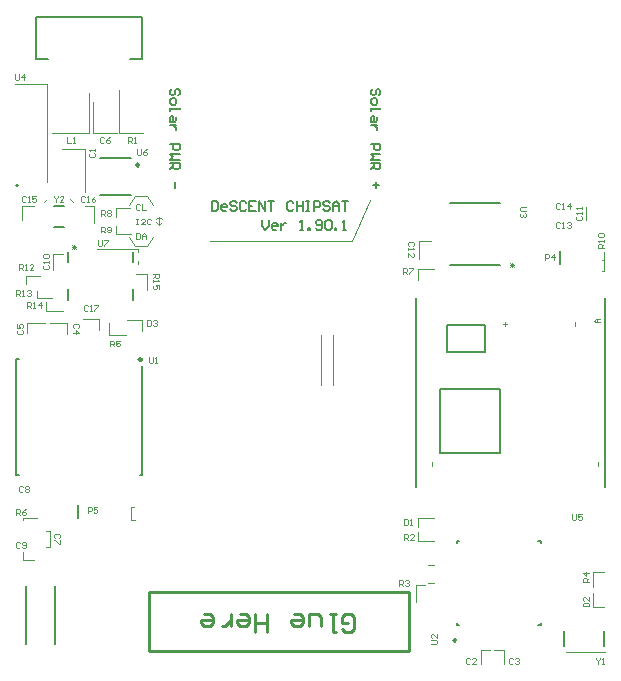
<source format=gbr>
G04*
G04 #@! TF.GenerationSoftware,Altium Limited,Altium Designer,25.5.2 (35)*
G04*
G04 Layer_Color=65535*
%FSLAX25Y25*%
%MOIN*%
G70*
G04*
G04 #@! TF.SameCoordinates,38EB6A6A-CC72-40A8-BBF4-0EDFD8540081*
G04*
G04*
G04 #@! TF.FilePolarity,Positive*
G04*
G01*
G75*
%ADD10C,0.00984*%
%ADD11C,0.00618*%
%ADD12C,0.01000*%
%ADD13C,0.00394*%
%ADD14C,0.00500*%
%ADD15C,0.00787*%
%ADD16C,0.00600*%
%ADD17C,0.00315*%
D10*
X42527Y101994D02*
G03*
X42527Y101994I-492J0D01*
G01*
X41634Y166831D02*
G03*
X41634Y166831I-492J0D01*
G01*
D11*
X1090Y160028D02*
G03*
X1095Y159975I-273J-52D01*
G01*
D12*
X146818Y8792D02*
G03*
X146949Y8780I28J-407D01*
G01*
X44945Y4835D02*
X131559D01*
X44945Y24520D02*
X131559D01*
X44945Y4835D02*
Y24520D01*
X131559Y4835D02*
Y24520D01*
X109277Y12183D02*
X110277Y11184D01*
X112276D01*
X113276Y12183D01*
Y16182D01*
X112276Y17182D01*
X110277D01*
X109277Y16182D01*
Y14183D01*
X111276D01*
X107278Y17182D02*
X105278D01*
X106278D01*
Y11184D01*
X107278D01*
X102279Y13183D02*
Y16182D01*
X101279Y17182D01*
X98280D01*
Y13183D01*
X93282Y17182D02*
X95281D01*
X96281Y16182D01*
Y14183D01*
X95281Y13183D01*
X93282D01*
X92282Y14183D01*
Y15182D01*
X96281D01*
X84285Y11184D02*
Y17182D01*
Y14183D01*
X80286D01*
Y11184D01*
Y17182D01*
X75288D02*
X77287D01*
X78287Y16182D01*
Y14183D01*
X77287Y13183D01*
X75288D01*
X74288Y14183D01*
Y15182D01*
X78287D01*
X72289Y13183D02*
Y17182D01*
Y15182D01*
X71289Y14183D01*
X70289Y13183D01*
X69290D01*
X63292Y17182D02*
X65291D01*
X66291Y16182D01*
Y14183D01*
X65291Y13183D01*
X63292D01*
X62292Y14183D01*
Y15182D01*
X66291D01*
D13*
X190453Y148524D02*
X190551Y152756D01*
X31496Y110236D02*
X37402D01*
X31496D02*
Y114173D01*
X48228Y149606D02*
X49213Y148622D01*
X47244D02*
X48228Y149606D01*
Y146653D02*
X49213Y147638D01*
X47244D02*
X48228Y146653D01*
Y149606D01*
X137795Y27559D02*
X139764D01*
X137795Y33465D02*
X139764D01*
X44291Y156496D02*
X46260Y153543D01*
X40354Y156496D02*
X44291D01*
X38386Y153543D02*
X40354Y156496D01*
X44291Y139764D02*
X46260Y142717D01*
X40354Y139764D02*
X44291D01*
X41339Y133858D02*
Y134843D01*
Y137795D02*
Y138779D01*
X27559D02*
X41339D01*
X38386Y142717D02*
X40354Y139764D01*
X106299Y93504D02*
Y110236D01*
X102362Y93504D02*
Y110236D01*
X18701Y155512D02*
X19685Y154528D01*
X9843D02*
X10827Y155512D01*
X11811Y114173D02*
X17717D01*
Y113189D02*
Y114173D01*
X33858Y143701D02*
X38976D01*
X33858D02*
Y146457D01*
Y149606D02*
Y152362D01*
X38583D01*
X65354Y141339D02*
X112598D01*
X118504Y155118D01*
X2756Y48425D02*
Y49213D01*
X196555Y135039D02*
Y137795D01*
X195768Y135039D02*
X196555D01*
Y131496D02*
Y135039D01*
X195768Y131496D02*
X196555D01*
X38976Y48425D02*
X40157D01*
X38976D02*
Y52756D01*
X39764D01*
X10630Y39370D02*
X11811D01*
Y44882D01*
X10630D02*
X11811D01*
X2756Y35039D02*
X6693D01*
X2756D02*
Y37795D01*
Y49213D02*
X7480D01*
X155512Y394D02*
Y5118D01*
X158661D01*
X163386Y394D02*
Y5118D01*
X159843D02*
X163386D01*
X183858Y4331D02*
X196850D01*
X192913Y19291D02*
X196457D01*
X192913D02*
Y24016D01*
Y31102D02*
X196457D01*
X192913Y25984D02*
Y31102D01*
X134646Y132283D02*
X139764D01*
X134646Y128347D02*
Y132283D01*
X135039Y135433D02*
Y141339D01*
X138976D01*
X134646Y41339D02*
X139764D01*
X134646D02*
Y44488D01*
Y49213D02*
X139764D01*
X134646Y46063D02*
Y49213D01*
X133858Y21260D02*
Y26772D01*
X137008D01*
X10630Y118110D02*
X16142D01*
X10630D02*
Y121260D01*
X42717Y111417D02*
Y114961D01*
X37598D02*
X42717D01*
X17717Y110433D02*
Y113189D01*
X4331Y114173D02*
X10236D01*
X4331Y110630D02*
Y114173D01*
X28346Y111811D02*
Y115354D01*
X22835D02*
X28346D01*
X44094Y125197D02*
Y130315D01*
X40551D02*
X44094D01*
X12992Y137008D02*
X16142D01*
X12992Y131890D02*
Y137008D01*
X7480Y122441D02*
X12598D01*
X7480D02*
Y124803D01*
X3937Y129921D02*
X8661D01*
X3937Y127165D02*
Y129921D01*
X2559Y153150D02*
X6496D01*
X2559Y148425D02*
Y153150D01*
X23622Y152953D02*
X26575D01*
Y147441D02*
Y152953D01*
X23622Y157874D02*
Y172047D01*
X15748D02*
X23622D01*
X35039Y186614D02*
Y191732D01*
Y177559D02*
X42913D01*
X35039D02*
Y186614D01*
X26378Y177559D02*
X34252D01*
X26378D02*
Y187795D01*
X24803Y177559D02*
Y190945D01*
X12598Y177559D02*
X24803D01*
X11024Y161024D02*
Y183465D01*
Y193701D01*
X394D02*
X11024D01*
D14*
X197047Y59320D02*
Y122343D01*
X134055Y59320D02*
Y122343D01*
X161801Y70846D02*
Y92097D01*
X141801D02*
X161801D01*
X141801Y70846D02*
Y92097D01*
Y70846D02*
X161801D01*
X144301Y104596D02*
X156801D01*
Y113347D01*
X144301D02*
X156801D01*
X144301Y104596D02*
Y113347D01*
X183189Y6299D02*
Y11417D01*
X196732Y6299D02*
Y11417D01*
D15*
X181791Y133858D02*
Y138189D01*
X21260Y49016D02*
Y53347D01*
X591Y63583D02*
X1476D01*
X41831D02*
X42717D01*
X591D02*
Y102165D01*
X1476D01*
X42717Y63583D02*
Y99732D01*
X28740Y169095D02*
X38976D01*
X28740Y156890D02*
X38976D01*
X42520Y201969D02*
Y216142D01*
X7087Y201969D02*
Y216142D01*
X42520D01*
X7087Y201969D02*
X11122D01*
X38484D02*
X42520D01*
X54592Y190027D02*
X55117Y190552D01*
Y191601D01*
X54592Y192126D01*
X54068D01*
X53543Y191601D01*
Y190552D01*
X53018Y190027D01*
X52493D01*
X51968Y190552D01*
Y191601D01*
X52493Y192126D01*
X51968Y188453D02*
Y187403D01*
X52493Y186878D01*
X53543D01*
X54068Y187403D01*
Y188453D01*
X53543Y188977D01*
X52493D01*
X51968Y188453D01*
Y185829D02*
Y184779D01*
Y185304D01*
X55117D01*
Y185829D01*
X54068Y182680D02*
Y181631D01*
X53543Y181106D01*
X51968D01*
Y182680D01*
X52493Y183205D01*
X53018Y182680D01*
Y181106D01*
X54068Y180056D02*
X51968D01*
X53018D01*
X53543Y179532D01*
X54068Y179007D01*
Y178482D01*
X51968Y173759D02*
X55117D01*
Y172185D01*
X54592Y171660D01*
X53543D01*
X53018Y172185D01*
Y173759D01*
X55117Y170611D02*
X51968D01*
X53018Y169561D01*
X51968Y168512D01*
X55117D01*
X51968Y167462D02*
X55117D01*
Y165888D01*
X54592Y165363D01*
X53543D01*
X53018Y165888D01*
Y167462D01*
Y166412D02*
X51968Y165363D01*
X53543Y161165D02*
Y159066D01*
X121521Y190027D02*
X122046Y190552D01*
Y191601D01*
X121521Y192126D01*
X120997D01*
X120472Y191601D01*
Y190552D01*
X119947Y190027D01*
X119422D01*
X118898Y190552D01*
Y191601D01*
X119422Y192126D01*
X118898Y188453D02*
Y187403D01*
X119422Y186878D01*
X120472D01*
X120997Y187403D01*
Y188453D01*
X120472Y188977D01*
X119422D01*
X118898Y188453D01*
Y185829D02*
Y184779D01*
Y185304D01*
X122046D01*
Y185829D01*
X120997Y182680D02*
Y181631D01*
X120472Y181106D01*
X118898D01*
Y182680D01*
X119422Y183205D01*
X119947Y182680D01*
Y181106D01*
X120997Y180056D02*
X118898D01*
X119947D01*
X120472Y179532D01*
X120997Y179007D01*
Y178482D01*
X118898Y173759D02*
X122046D01*
Y172185D01*
X121521Y171660D01*
X120472D01*
X119947Y172185D01*
Y173759D01*
X122046Y170611D02*
X118898D01*
X119947Y169561D01*
X118898Y168512D01*
X122046D01*
X118898Y167462D02*
X122046D01*
Y165888D01*
X121521Y165363D01*
X120472D01*
X119947Y165888D01*
Y167462D01*
Y166412D02*
X118898Y165363D01*
X120472Y161165D02*
Y159066D01*
X121521Y160115D02*
X119422D01*
X65748Y154723D02*
Y151575D01*
X67322D01*
X67847Y152100D01*
Y154199D01*
X67322Y154723D01*
X65748D01*
X70471Y151575D02*
X69421D01*
X68897Y152100D01*
Y153149D01*
X69421Y153674D01*
X70471D01*
X70996Y153149D01*
Y152624D01*
X68897D01*
X74144Y154199D02*
X73620Y154723D01*
X72570D01*
X72045Y154199D01*
Y153674D01*
X72570Y153149D01*
X73620D01*
X74144Y152624D01*
Y152100D01*
X73620Y151575D01*
X72570D01*
X72045Y152100D01*
X77293Y154199D02*
X76768Y154723D01*
X75719D01*
X75194Y154199D01*
Y152100D01*
X75719Y151575D01*
X76768D01*
X77293Y152100D01*
X80441Y154723D02*
X78342D01*
Y151575D01*
X80441D01*
X78342Y153149D02*
X79392D01*
X81491Y151575D02*
Y154723D01*
X83590Y151575D01*
Y154723D01*
X84640D02*
X86739D01*
X85689D01*
Y151575D01*
X93036Y154199D02*
X92511Y154723D01*
X91461D01*
X90937Y154199D01*
Y152100D01*
X91461Y151575D01*
X92511D01*
X93036Y152100D01*
X94085Y154723D02*
Y151575D01*
Y153149D01*
X96184D01*
Y154723D01*
Y151575D01*
X97234Y154723D02*
X98283D01*
X97759D01*
Y151575D01*
X97234D01*
X98283D01*
X99858D02*
Y154723D01*
X101432D01*
X101957Y154199D01*
Y153149D01*
X101432Y152624D01*
X99858D01*
X105105Y154199D02*
X104581Y154723D01*
X103531D01*
X103006Y154199D01*
Y153674D01*
X103531Y153149D01*
X104581D01*
X105105Y152624D01*
Y152100D01*
X104581Y151575D01*
X103531D01*
X103006Y152100D01*
X106155Y151575D02*
Y153674D01*
X107204Y154723D01*
X108254Y153674D01*
Y151575D01*
Y153149D01*
X106155D01*
X109303Y154723D02*
X111403D01*
X110353D01*
Y151575D01*
X82677Y148424D02*
Y146325D01*
X83727Y145276D01*
X84776Y146325D01*
Y148424D01*
X87400Y145276D02*
X86351D01*
X85826Y145800D01*
Y146850D01*
X86351Y147375D01*
X87400D01*
X87925Y146850D01*
Y146325D01*
X85826D01*
X88974Y147375D02*
Y145276D01*
Y146325D01*
X89499Y146850D01*
X90024Y147375D01*
X90549D01*
X95271Y145276D02*
X96321D01*
X95796D01*
Y148424D01*
X95271Y147899D01*
X97895Y145276D02*
Y145800D01*
X98420D01*
Y145276D01*
X97895D01*
X100519Y145800D02*
X101044Y145276D01*
X102094D01*
X102618Y145800D01*
Y147899D01*
X102094Y148424D01*
X101044D01*
X100519Y147899D01*
Y147375D01*
X101044Y146850D01*
X102618D01*
X103668Y147899D02*
X104192Y148424D01*
X105242D01*
X105767Y147899D01*
Y145800D01*
X105242Y145276D01*
X104192D01*
X103668Y145800D01*
Y147899D01*
X106816Y145276D02*
Y145800D01*
X107341D01*
Y145276D01*
X106816D01*
X109440D02*
X110490D01*
X109965D01*
Y148424D01*
X109440Y147899D01*
D16*
X13124Y145956D02*
X16411D01*
X13124Y153256D02*
X16411D01*
X147417Y41559D02*
X148117D01*
X147417Y40859D02*
Y41559D01*
Y13559D02*
X148117D01*
X147417D02*
Y14259D01*
X174717Y13559D02*
X175417D01*
Y40859D02*
Y41559D01*
X174717D02*
X175417D01*
Y13559D02*
Y14259D01*
X17990Y134326D02*
Y137921D01*
X39490Y134326D02*
Y137921D01*
Y121921D02*
Y125517D01*
X17990Y121921D02*
Y125517D01*
X145193Y154051D02*
X161893D01*
X145193Y133351D02*
X161893D01*
X13619Y7009D02*
Y26578D01*
X3918Y7009D02*
Y26578D01*
D17*
X25328Y170866D02*
X25000Y170538D01*
Y169882D01*
X25328Y169554D01*
X26640D01*
X26968Y169882D01*
Y170538D01*
X26640Y170866D01*
X26968Y171522D02*
Y172178D01*
Y171850D01*
X25000D01*
X25328Y171522D01*
X17586Y176181D02*
Y174213D01*
X18898D01*
X19554D02*
X20210D01*
X19882D01*
Y176181D01*
X19554Y175853D01*
X46260Y130413D02*
X48228D01*
Y129429D01*
X47900Y129101D01*
X47244D01*
X46916Y129429D01*
Y130413D01*
Y129757D02*
X46260Y129101D01*
Y128445D02*
Y127789D01*
Y128117D01*
X48228D01*
X47900Y128445D01*
X48228Y125493D02*
Y126805D01*
X47244D01*
X47572Y126149D01*
Y125821D01*
X47244Y125493D01*
X46588D01*
X46260Y125821D01*
Y126477D01*
X46588Y126805D01*
X186011Y50380D02*
Y48741D01*
X186339Y48413D01*
X186995D01*
X187323Y48741D01*
Y50380D01*
X189291D02*
X187979D01*
Y49396D01*
X188635Y49725D01*
X188963D01*
X189291Y49396D01*
Y48741D01*
X188963Y48413D01*
X188307D01*
X187979Y48741D01*
X163518Y112988D02*
Y114300D01*
X162862Y113645D02*
X164174D01*
X195090Y114287D02*
X193778D01*
X193122Y114944D01*
X193778Y115599D01*
X195090D01*
X194106D01*
Y114287D01*
X186768Y113239D02*
Y114550D01*
X194617Y66447D02*
Y67758D01*
X139367Y66396D02*
Y67708D01*
X176805Y135138D02*
Y137106D01*
X177789D01*
X178117Y136778D01*
Y136122D01*
X177789Y135794D01*
X176805D01*
X179757Y135138D02*
Y137106D01*
X178773Y136122D01*
X180085D01*
X14829Y42454D02*
X15157Y42782D01*
Y43438D01*
X14829Y43766D01*
X13517D01*
X13189Y43438D01*
Y42782D01*
X13517Y42454D01*
X15157Y41798D02*
Y40486D01*
X14829D01*
X13517Y41798D01*
X13189D01*
X24443Y50788D02*
Y52756D01*
X25427D01*
X25755Y52428D01*
Y51772D01*
X25427Y51444D01*
X24443D01*
X27723Y52756D02*
X26411D01*
Y51772D01*
X27067Y52100D01*
X27395D01*
X27723Y51772D01*
Y51116D01*
X27395Y50788D01*
X26739D01*
X26411Y51116D01*
X44805Y102876D02*
Y101236D01*
X45133Y100908D01*
X45789D01*
X46117Y101236D01*
Y102876D01*
X46773Y100908D02*
X47428D01*
X47100D01*
Y102876D01*
X46773Y102548D01*
X40669Y144015D02*
Y142047D01*
X41653D01*
X41981Y142375D01*
Y143687D01*
X41653Y144015D01*
X40669D01*
X42637Y142047D02*
Y143359D01*
X43293Y144015D01*
X43949Y143359D01*
Y142047D01*
Y143031D01*
X42637D01*
X41981Y153530D02*
X41653Y153858D01*
X40997D01*
X40669Y153530D01*
Y152218D01*
X40997Y151890D01*
X41653D01*
X41981Y152218D01*
X42637Y153858D02*
Y151890D01*
X43949D01*
X40669Y148936D02*
X41325D01*
X40997D01*
Y146968D01*
X40669D01*
X41325D01*
X43621D02*
X42309D01*
X43621Y148280D01*
Y148608D01*
X43293Y148936D01*
X42637D01*
X42309Y148608D01*
X45589D02*
X45261Y148936D01*
X44605D01*
X44277Y148608D01*
Y147297D01*
X44605Y146968D01*
X45261D01*
X45589Y147297D01*
X19291Y140223D02*
X20603Y138911D01*
X19291D02*
X20603Y140223D01*
X19291Y139567D02*
X20603D01*
X19947Y138911D02*
Y140223D01*
X166518Y132861D02*
X165206Y134173D01*
X166518D02*
X165206Y132861D01*
X166518Y133517D02*
X165206D01*
X165862Y134173D02*
Y132861D01*
X193964Y2559D02*
Y2231D01*
X194620Y1575D01*
X195276Y2231D01*
Y2559D01*
X194620Y1575D02*
Y591D01*
X195931D02*
X196588D01*
X196259D01*
Y2559D01*
X195931Y2231D01*
X2034Y40813D02*
X1706Y41141D01*
X1050D01*
X722Y40813D01*
Y39502D01*
X1050Y39174D01*
X1706D01*
X2034Y39502D01*
X2690D02*
X3018Y39174D01*
X3674D01*
X4002Y39502D01*
Y40813D01*
X3674Y41141D01*
X3018D01*
X2690Y40813D01*
Y40486D01*
X3018Y40157D01*
X4002D01*
X3018Y59416D02*
X2691Y59744D01*
X2035D01*
X1707Y59416D01*
Y58104D01*
X2035Y57776D01*
X2691D01*
X3018Y58104D01*
X3674Y59416D02*
X4002Y59744D01*
X4658D01*
X4986Y59416D01*
Y59088D01*
X4658Y58760D01*
X4986Y58432D01*
Y58104D01*
X4658Y57776D01*
X4002D01*
X3674Y58104D01*
Y58432D01*
X4002Y58760D01*
X3674Y59088D01*
Y59416D01*
X4002Y58760D02*
X4658D01*
X329Y197047D02*
Y195407D01*
X657Y195079D01*
X1313D01*
X1640Y195407D01*
Y197047D01*
X3280Y195079D02*
Y197047D01*
X2296Y196063D01*
X3608D01*
X13124Y156496D02*
Y156168D01*
X13780Y155512D01*
X14436Y156168D01*
Y156496D01*
X13780Y155512D02*
Y154528D01*
X16404D02*
X15092D01*
X16404Y155840D01*
Y156168D01*
X16076Y156496D01*
X15420D01*
X15092Y156168D01*
X27888Y141732D02*
Y140092D01*
X28216Y139764D01*
X28872D01*
X29200Y140092D01*
Y141732D01*
X29855D02*
X31168D01*
Y141404D01*
X29855Y140092D01*
Y139764D01*
X40880Y172178D02*
Y170538D01*
X41208Y170210D01*
X41864D01*
X42192Y170538D01*
Y172178D01*
X44160D02*
X43504Y171850D01*
X42848Y171194D01*
Y170538D01*
X43176Y170210D01*
X43832D01*
X44160Y170538D01*
Y170866D01*
X43832Y171194D01*
X42848D01*
X170669Y152821D02*
X169029D01*
X168701Y152493D01*
Y151837D01*
X169029Y151509D01*
X170669D01*
X170341Y150853D02*
X170669Y150525D01*
Y149869D01*
X170341Y149541D01*
X170013D01*
X169685Y149869D01*
Y150197D01*
Y149869D01*
X169357Y149541D01*
X169029D01*
X168701Y149869D01*
Y150525D01*
X169029Y150853D01*
X138780Y7022D02*
X140420D01*
X140748Y7350D01*
Y8005D01*
X140420Y8333D01*
X138780D01*
X140748Y10301D02*
Y8989D01*
X139436Y10301D01*
X139108D01*
X138780Y9973D01*
Y9317D01*
X139108Y8989D01*
X4233Y119095D02*
Y121063D01*
X5217D01*
X5545Y120735D01*
Y120079D01*
X5217Y119751D01*
X4233D01*
X4889D02*
X5545Y119095D01*
X6201D02*
X6857D01*
X6529D01*
Y121063D01*
X6201Y120735D01*
X8825Y119095D02*
Y121063D01*
X7841Y120079D01*
X9153D01*
X493Y123032D02*
Y125000D01*
X1477D01*
X1805Y124672D01*
Y124016D01*
X1477Y123688D01*
X493D01*
X1149D02*
X1805Y123032D01*
X2461D02*
X3117D01*
X2789D01*
Y125000D01*
X2461Y124672D01*
X4101D02*
X4429Y125000D01*
X5085D01*
X5413Y124672D01*
Y124344D01*
X5085Y124016D01*
X4757D01*
X5085D01*
X5413Y123688D01*
Y123360D01*
X5085Y123032D01*
X4429D01*
X4101Y123360D01*
X1477Y131890D02*
Y133858D01*
X2461D01*
X2789Y133530D01*
Y132874D01*
X2461Y132546D01*
X1477D01*
X2133D02*
X2789Y131890D01*
X3445D02*
X4101D01*
X3773D01*
Y133858D01*
X3445Y133530D01*
X6397Y131890D02*
X5085D01*
X6397Y133202D01*
Y133530D01*
X6069Y133858D01*
X5413D01*
X5085Y133530D01*
X196653Y139174D02*
X194685D01*
Y140158D01*
X195013Y140486D01*
X195669D01*
X195997Y140158D01*
Y139174D01*
Y139830D02*
X196653Y140486D01*
Y141142D02*
Y141798D01*
Y141470D01*
X194685D01*
X195013Y141142D01*
Y142782D02*
X194685Y143110D01*
Y143766D01*
X195013Y144094D01*
X196325D01*
X196653Y143766D01*
Y143110D01*
X196325Y142782D01*
X195013D01*
X29069Y144292D02*
Y146259D01*
X30053D01*
X30381Y145931D01*
Y145276D01*
X30053Y144948D01*
X29069D01*
X29725D02*
X30381Y144292D01*
X31037Y144620D02*
X31365Y144292D01*
X32021D01*
X32349Y144620D01*
Y145931D01*
X32021Y146259D01*
X31365D01*
X31037Y145931D01*
Y145604D01*
X31365Y145276D01*
X32349D01*
X29069Y149803D02*
Y151771D01*
X30053D01*
X30381Y151443D01*
Y150787D01*
X30053Y150459D01*
X29069D01*
X29725D02*
X30381Y149803D01*
X31037Y151443D02*
X31365Y151771D01*
X32021D01*
X32349Y151443D01*
Y151115D01*
X32021Y150787D01*
X32349Y150459D01*
Y150131D01*
X32021Y149803D01*
X31365D01*
X31037Y150131D01*
Y150459D01*
X31365Y150787D01*
X31037Y151115D01*
Y151443D01*
X31365Y150787D02*
X32021D01*
X129463Y130512D02*
Y132480D01*
X130446D01*
X130774Y132152D01*
Y131496D01*
X130446Y131168D01*
X129463D01*
X130118D02*
X130774Y130512D01*
X131430Y132480D02*
X132742D01*
Y132152D01*
X131430Y130840D01*
Y130512D01*
X722Y49986D02*
Y51954D01*
X1706D01*
X2034Y51626D01*
Y50970D01*
X1706Y50642D01*
X722D01*
X1378D02*
X2034Y49986D01*
X4002Y51954D02*
X3346Y51626D01*
X2690Y50970D01*
Y50314D01*
X3018Y49986D01*
X3674D01*
X4002Y50314D01*
Y50642D01*
X3674Y50970D01*
X2690D01*
X31825Y106299D02*
Y108267D01*
X32809D01*
X33137Y107939D01*
Y107283D01*
X32809Y106956D01*
X31825D01*
X32481D02*
X33137Y106299D01*
X35105Y108267D02*
X33792D01*
Y107283D01*
X34449Y107611D01*
X34776D01*
X35105Y107283D01*
Y106628D01*
X34776Y106299D01*
X34121D01*
X33792Y106628D01*
X191535Y27888D02*
X189567D01*
Y28872D01*
X189895Y29200D01*
X190551D01*
X190879Y28872D01*
Y27888D01*
Y28544D02*
X191535Y29200D01*
Y30839D02*
X189567D01*
X190551Y29855D01*
Y31168D01*
X128281Y26575D02*
Y28543D01*
X129265D01*
X129593Y28215D01*
Y27559D01*
X129265Y27231D01*
X128281D01*
X128937D02*
X129593Y26575D01*
X130249Y28215D02*
X130577Y28543D01*
X131233D01*
X131561Y28215D01*
Y27887D01*
X131233Y27559D01*
X130905D01*
X131233D01*
X131561Y27231D01*
Y26903D01*
X131233Y26575D01*
X130577D01*
X130249Y26903D01*
X129856Y41930D02*
Y43897D01*
X130840D01*
X131168Y43569D01*
Y42913D01*
X130840Y42585D01*
X129856D01*
X130512D02*
X131168Y41930D01*
X133136D02*
X131824D01*
X133136Y43241D01*
Y43569D01*
X132808Y43897D01*
X132152D01*
X131824Y43569D01*
X38058Y174213D02*
Y176181D01*
X39042D01*
X39370Y175853D01*
Y175197D01*
X39042Y174869D01*
X38058D01*
X38714D02*
X39370Y174213D01*
X40026D02*
X40682D01*
X40354D01*
Y176181D01*
X40026Y175853D01*
X44226Y115157D02*
Y113189D01*
X45210D01*
X45538Y113517D01*
Y114829D01*
X45210Y115157D01*
X44226D01*
X46194Y114829D02*
X46522Y115157D01*
X47178D01*
X47506Y114829D01*
Y114501D01*
X47178Y114173D01*
X46850D01*
X47178D01*
X47506Y113845D01*
Y113517D01*
X47178Y113189D01*
X46522D01*
X46194Y113517D01*
X189567Y19620D02*
X191535D01*
Y20604D01*
X191207Y20932D01*
X189895D01*
X189567Y20604D01*
Y19620D01*
X191535Y22900D02*
Y21588D01*
X190223Y22900D01*
X189895D01*
X189567Y22572D01*
Y21916D01*
X189895Y21588D01*
X129790Y48622D02*
Y46654D01*
X130774D01*
X131102Y46982D01*
Y48294D01*
X130774Y48622D01*
X129790D01*
X131758Y46654D02*
X132414D01*
X132086D01*
Y48622D01*
X131758Y48294D01*
X24443Y119750D02*
X24115Y120078D01*
X23459D01*
X23131Y119750D01*
Y118438D01*
X23459Y118111D01*
X24115D01*
X24443Y118438D01*
X25099Y118111D02*
X25754D01*
X25427D01*
Y120078D01*
X25099Y119750D01*
X26739Y120078D02*
X28050D01*
Y119750D01*
X26739Y118438D01*
Y118111D01*
X23458Y156168D02*
X23130Y156496D01*
X22474D01*
X22147Y156168D01*
Y154856D01*
X22474Y154528D01*
X23130D01*
X23458Y154856D01*
X24114Y154528D02*
X24770D01*
X24442D01*
Y156496D01*
X24114Y156168D01*
X27066Y156496D02*
X26410Y156168D01*
X25754Y155512D01*
Y154856D01*
X26082Y154528D01*
X26738D01*
X27066Y154856D01*
Y155184D01*
X26738Y155512D01*
X25754D01*
X3773Y156168D02*
X3445Y156496D01*
X2789D01*
X2461Y156168D01*
Y154856D01*
X2789Y154528D01*
X3445D01*
X3773Y154856D01*
X4429Y154528D02*
X5085D01*
X4757D01*
Y156496D01*
X4429Y156168D01*
X7381Y156496D02*
X6069D01*
Y155512D01*
X6725Y155840D01*
X7053D01*
X7381Y155512D01*
Y154856D01*
X7053Y154528D01*
X6397D01*
X6069Y154856D01*
X182021Y153806D02*
X181693Y154133D01*
X181037D01*
X180710Y153806D01*
Y152494D01*
X181037Y152166D01*
X181693D01*
X182021Y152494D01*
X182677Y152166D02*
X183333D01*
X183005D01*
Y154133D01*
X182677Y153806D01*
X185301Y152166D02*
Y154133D01*
X184317Y153150D01*
X185629D01*
X182021Y147506D02*
X181693Y147834D01*
X181037D01*
X180710Y147506D01*
Y146194D01*
X181037Y145867D01*
X181693D01*
X182021Y146194D01*
X182677Y145867D02*
X183333D01*
X183005D01*
Y147834D01*
X182677Y147506D01*
X184317D02*
X184645Y147834D01*
X185301D01*
X185629Y147506D01*
Y147178D01*
X185301Y146850D01*
X184973D01*
X185301D01*
X185629Y146522D01*
Y146194D01*
X185301Y145867D01*
X184645D01*
X184317Y146194D01*
X132939Y139731D02*
X133267Y140059D01*
Y140715D01*
X132939Y141042D01*
X131628D01*
X131299Y140715D01*
Y140059D01*
X131628Y139731D01*
X131299Y139075D02*
Y138419D01*
Y138747D01*
X133267D01*
X132939Y139075D01*
X131299Y136123D02*
Y137435D01*
X132611Y136123D01*
X132939D01*
X133267Y136451D01*
Y137107D01*
X132939Y137435D01*
X187435Y149869D02*
X187107Y149541D01*
Y148885D01*
X187435Y148557D01*
X188747D01*
X189075Y148885D01*
Y149541D01*
X188747Y149869D01*
X189075Y150525D02*
Y151181D01*
Y150853D01*
X187107D01*
X187435Y150525D01*
X189075Y152165D02*
Y152821D01*
Y152493D01*
X187107D01*
X187435Y152165D01*
X9974Y133498D02*
X9646Y133170D01*
Y132514D01*
X9974Y132186D01*
X11286D01*
X11614Y132514D01*
Y133170D01*
X11286Y133498D01*
X11614Y134154D02*
Y134810D01*
Y134482D01*
X9646D01*
X9974Y134154D01*
Y135794D02*
X9646Y136122D01*
Y136777D01*
X9974Y137106D01*
X11286D01*
X11614Y136777D01*
Y136122D01*
X11286Y135794D01*
X9974D01*
X29987Y175853D02*
X29659Y176181D01*
X29003D01*
X28675Y175853D01*
Y174541D01*
X29003Y174213D01*
X29659D01*
X29987Y174541D01*
X31955Y176181D02*
X31299Y175853D01*
X30643Y175197D01*
Y174541D01*
X30971Y174213D01*
X31627D01*
X31955Y174541D01*
Y174869D01*
X31627Y175197D01*
X30643D01*
X1312Y111877D02*
X985Y111549D01*
Y110893D01*
X1312Y110565D01*
X2624D01*
X2952Y110893D01*
Y111549D01*
X2624Y111877D01*
X985Y113845D02*
Y112533D01*
X1969D01*
X1640Y113189D01*
Y113517D01*
X1969Y113845D01*
X2624D01*
X2952Y113517D01*
Y112861D01*
X2624Y112533D01*
X21325Y112533D02*
X21653Y112861D01*
Y113517D01*
X21325Y113845D01*
X20013D01*
X19685Y113517D01*
Y112861D01*
X20013Y112533D01*
X19685Y110893D02*
X21653D01*
X20669Y111877D01*
Y110565D01*
X166208Y2231D02*
X165879Y2559D01*
X165224D01*
X164896Y2231D01*
Y919D01*
X165224Y591D01*
X165879D01*
X166208Y919D01*
X166863Y2231D02*
X167191Y2559D01*
X167847D01*
X168175Y2231D01*
Y1903D01*
X167847Y1575D01*
X167519D01*
X167847D01*
X168175Y1247D01*
Y919D01*
X167847Y591D01*
X167191D01*
X166863Y919D01*
X152034Y2231D02*
X151706Y2559D01*
X151050D01*
X150722Y2231D01*
Y919D01*
X151050Y591D01*
X151706D01*
X152034Y919D01*
X154002Y591D02*
X152690D01*
X154002Y1903D01*
Y2231D01*
X153674Y2559D01*
X153018D01*
X152690Y2231D01*
M02*

</source>
